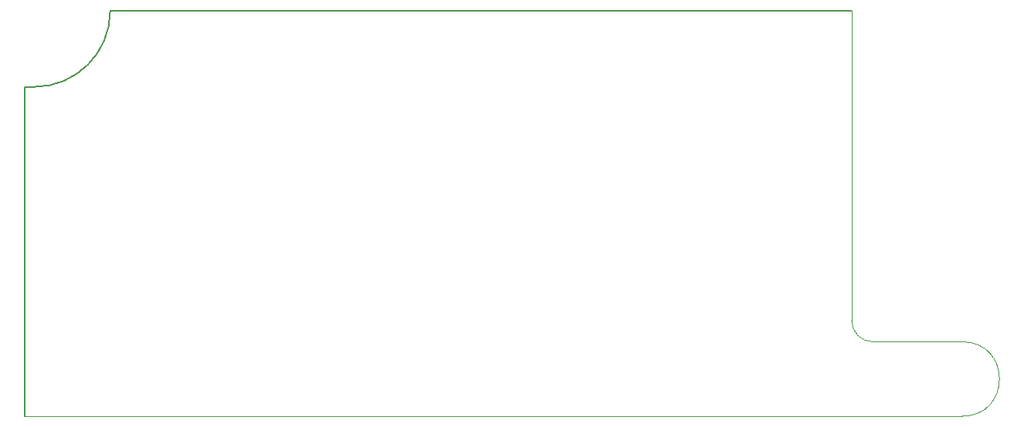
<source format=gm1>
G04 #@! TF.GenerationSoftware,KiCad,Pcbnew,(5.1.10)-1*
G04 #@! TF.CreationDate,2021-12-13T23:36:20+01:00*
G04 #@! TF.ProjectId,PowerLayer,506f7765-724c-4617-9965-722e6b696361,rev?*
G04 #@! TF.SameCoordinates,Original*
G04 #@! TF.FileFunction,Profile,NP*
%FSLAX46Y46*%
G04 Gerber Fmt 4.6, Leading zero omitted, Abs format (unit mm)*
G04 Created by KiCad (PCBNEW (5.1.10)-1) date 2021-12-13 23:36:20*
%MOMM*%
%LPD*%
G01*
G04 APERTURE LIST*
G04 #@! TA.AperFunction,Profile*
%ADD10C,0.150000*%
G04 #@! TD*
G04 #@! TA.AperFunction,Profile*
%ADD11C,0.050000*%
G04 #@! TD*
G04 APERTURE END LIST*
D10*
X49401000Y-120061000D02*
X50401000Y-120061000D01*
D11*
X142350919Y-148061000D02*
G75*
G02*
X140031000Y-145741081I0J2319919D01*
G01*
X152146000Y-148061000D02*
X142350919Y-148061000D01*
X140031000Y-111731000D02*
X140031000Y-145741081D01*
X152146000Y-148061000D02*
G75*
G02*
X152146000Y-156231000I0J-4085000D01*
G01*
X49401000Y-156231000D02*
X152146000Y-156231000D01*
D10*
X50401000Y-120061000D02*
G75*
G03*
X58731000Y-111731000I0J8330000D01*
G01*
X58731000Y-111731000D02*
X140031000Y-111731000D01*
X49401000Y-120061000D02*
X49401000Y-156231000D01*
M02*

</source>
